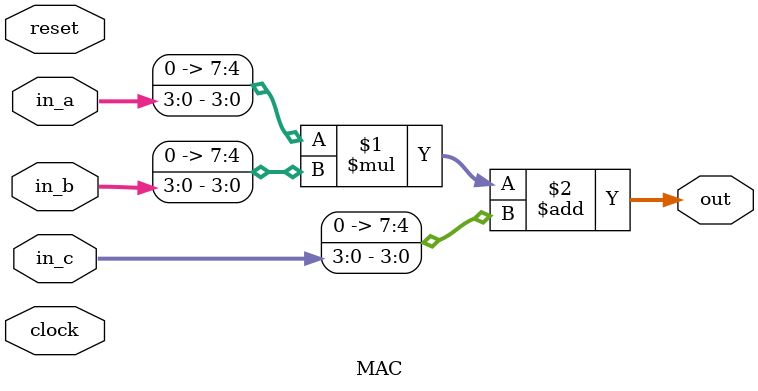
<source format=sv>
module MAC(	// git/chisel-playground/src/main/scala/MAC/MAC.scala:8:7
  input        clock,	// git/chisel-playground/src/main/scala/MAC/MAC.scala:8:7
               reset,	// git/chisel-playground/src/main/scala/MAC/MAC.scala:8:7
  input  [3:0] in_a,	// git/chisel-playground/src/main/scala/MAC/MAC.scala:9:16
               in_b,	// git/chisel-playground/src/main/scala/MAC/MAC.scala:10:16
               in_c,	// git/chisel-playground/src/main/scala/MAC/MAC.scala:11:16
  output [7:0] out	// git/chisel-playground/src/main/scala/MAC/MAC.scala:16:15
);

  assign out = {4'h0, in_a} * {4'h0, in_b} + {4'h0, in_c};	// git/chisel-playground/src/main/scala/MAC/MAC.scala:8:7, :18:{16,24}
endmodule


</source>
